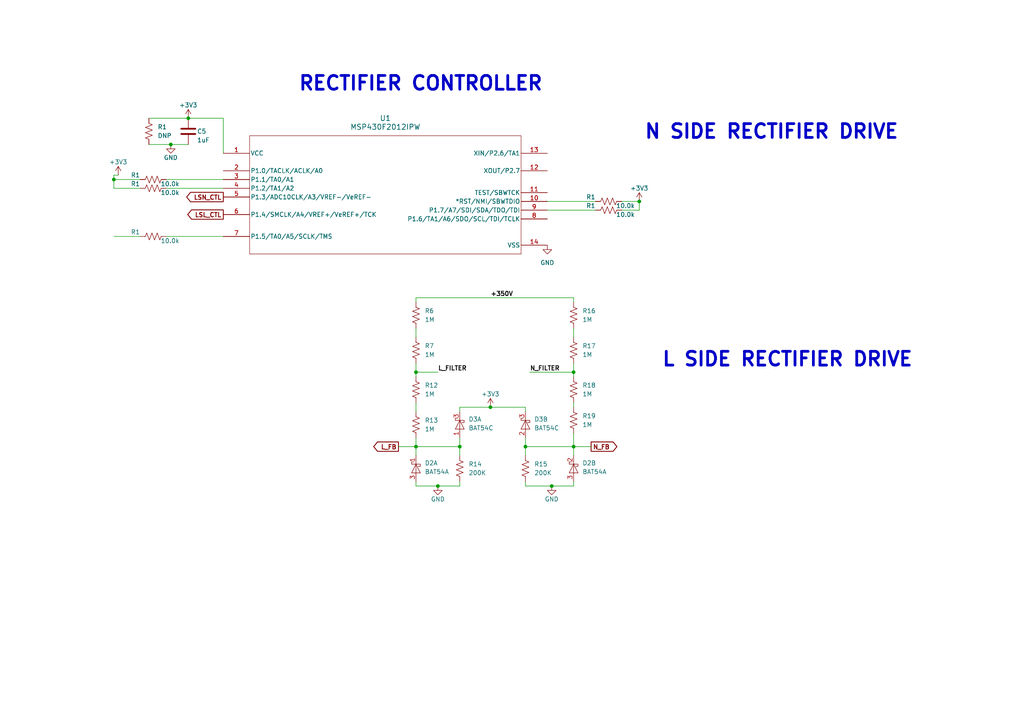
<source format=kicad_sch>
(kicad_sch (version 20230121) (generator eeschema)
  (paper "A4")
  (lib_symbols
    (symbol "Device:C" (pin_numbers hide) (pin_names (offset 0.254))
      (property "Reference" "C" (at 0.635 2.54 0))
      (property "Value" "C" (at 0.635 -2.54 0))
      (symbol "C_0_1"
        (polyline (pts (xy -2.032 -0.762) (xy 2.032 -0.762)) (stroke (width 0.508)))
        (polyline (pts (xy -2.032 0.762) (xy 2.032 0.762)) (stroke (width 0.508)))
      )
      (symbol "C_1_1"
        (pin passive line (at 0 3.81 270) (length 2.794) (name "~") (number "1"))
        (pin passive line (at 0 -3.81 90) (length 2.794) (name "~") (number "2"))
      )
    )
    (symbol "Device:R_US" (pin_numbers hide) (pin_names (offset 0))
      (property "Reference" "R" (at 2.54 0 90))
      (property "Value" "R_US" (at -2.54 0 90))
      (symbol "R_US_0_1"
        (polyline (pts (xy 0 -2.286) (xy 0 -2.54)))
        (polyline (pts (xy 0 2.286) (xy 0 2.54)))
        (polyline (pts (xy 0 -0.762) (xy 1.016 -1.143) (xy 0 -1.524) (xy -1.016 -1.905) (xy 0 -2.286)))
        (polyline (pts (xy 0 0.762) (xy 1.016 0.381) (xy 0 0) (xy -1.016 -0.381) (xy 0 -0.762)))
        (polyline (pts (xy 0 2.286) (xy 1.016 1.905) (xy 0 1.524) (xy -1.016 1.143) (xy 0 0.762)))
      )
      (symbol "R_US_1_1"
        (pin passive line (at 0 3.81 270) (length 1.27) (name "~") (number "1"))
        (pin passive line (at 0 -3.81 90) (length 1.27) (name "~") (number "2"))
      )
    )
    (symbol "fb_smps_symbols:BAT54A" (pin_names (offset 1.016) hide)
      (property "Reference" "D" (at 0 2.54 0))
      (property "Value" "BAT54A" (at 0 -2.54 0))
      (symbol "BAT54A_0_1"
        (polyline (pts (xy 1.27 -1.27) (xy 1.27 1.27)))
        (polyline (pts (xy 1.27 0) (xy -1.27 0)))
        (polyline (pts (xy 1.27 1.27) (xy -1.27 0) (xy 1.27 -1.27)))
        (polyline (pts (xy -0.635 0.635) (xy -0.635 1.27) (xy -1.27 1.27) (xy -1.27 -1.27) (xy -1.905 -1.27) (xy -1.905 -0.635)))
      )
      (symbol "BAT54A_1_1"
        (pin passive line (at -3.81 0 0) (length 2.54) (name "K") (number "1"))
        (pin passive line (at 3.81 0 180) (length 2.54) (name "A") (number "3"))
      )
      (symbol "BAT54A_2_1"
        (pin passive line (at -3.81 0 0) (length 2.54) (name "K") (number "2"))
        (pin passive line (at 3.81 0 180) (length 2.54) (name "A") (number "3"))
      )
    )
    (symbol "fb_smps_symbols:BAT54C" (pin_names (offset 1.016) hide)
      (property "Reference" "D" (at 0 2.54 0))
      (property "Value" "BAT54C" (at 0 -2.54 0))
      (symbol "BAT54C_0_1"
        (polyline (pts (xy 1.27 -1.27) (xy 1.27 1.27)))
        (polyline (pts (xy 1.27 0) (xy -1.27 0)))
        (polyline (pts (xy 1.27 1.27) (xy -1.27 0) (xy 1.27 -1.27)))
        (polyline (pts (xy -0.635 0.635) (xy -0.635 1.27) (xy -1.27 1.27) (xy -1.27 -1.27) (xy -1.905 -1.27) (xy -1.905 -0.635)))
      )
      (symbol "BAT54C_1_1"
        (pin passive line (at 3.81 0 180) (length 2.54) (name "A") (number "1"))
        (pin passive line (at -3.81 0 0) (length 2.54) (name "K") (number "3"))
      )
      (symbol "BAT54C_2_1"
        (pin passive line (at 3.81 0 180) (length 2.54) (name "A") (number "2"))
        (pin passive line (at -3.81 0 0) (length 2.54) (name "K") (number "3"))
      )
    )
    (symbol "fb_smps_symbols:MSP430F2012IPW" (pin_names (offset 0.254))
      (property "Reference" "U" (at 39.37 10.16 0))
      (property "Value" "MSP430F2012IPW" (at 48.26 7.62 0))
      (symbol "MSP430F2012IPW_0_1"
        (polyline (pts (xy 7.62 -29.21) (xy 86.36 -29.21)) (stroke (width 0.127)))
        (polyline (pts (xy 7.62 5.08) (xy 7.62 -29.21)) (stroke (width 0.127)))
        (polyline (pts (xy 86.36 -29.21) (xy 86.36 5.08)) (stroke (width 0.127)))
        (polyline (pts (xy 86.36 5.08) (xy 7.62 5.08)) (stroke (width 0.127)))
        (pin power_in line (at 0 0 0) (length 7.62) (name "VCC") (number "1"))
        (pin bidirectional line (at 93.98 -13.97 180) (length 7.62) (name "*RST/NMI/SBWTDIO") (number "10"))
        (pin bidirectional line (at 93.98 -11.43 180) (length 7.62) (name "TEST/SBWTCK") (number "11"))
        (pin bidirectional line (at 93.98 -5.08 180) (length 7.62) (name "XOUT/P2.7") (number "12"))
        (pin bidirectional line (at 93.98 0 180) (length 7.62) (name "XIN/P2.6/TA1") (number "13"))
        (pin power_in line (at 93.98 -26.67 180) (length 7.62) (name "VSS") (number "14"))
        (pin bidirectional line (at 0 -5.08 0) (length 7.62) (name "P1.0/TACLK/ACLK/A0") (number "2"))
        (pin bidirectional line (at 0 -7.62 0) (length 7.62) (name "P1.1/TA0/A1") (number "3"))
        (pin bidirectional line (at 0 -10.16 0) (length 7.62) (name "P1.2/TA1/A2") (number "4"))
        (pin bidirectional line (at 0 -12.7 0) (length 7.62) (name "P1.3/ADC10CLK/A3/VREF-/VeREF-") (number "5"))
        (pin bidirectional line (at 0 -17.78 0) (length 7.62) (name "P1.4/SMCLK/A4/VREF+/VeREF+/TCK") (number "6"))
        (pin bidirectional line (at 0 -24.13 0) (length 7.62) (name "P1.5/TA0/A5/SCLK/TMS") (number "7"))
        (pin bidirectional line (at 93.98 -19.05 180) (length 7.62) (name "P1.6/TA1/A6/SDO/SCL/TDI/TCLK") (number "8"))
        (pin bidirectional line (at 93.98 -16.51 180) (length 7.62) (name "P1.7/A7/SDI/SDA/TDO/TDI") (number "9"))
      )
    )
    (symbol "power:+3.3V" (power) (pin_names (offset 0))
      (property "Value" "+3.3V" (at 0 3.556 0))
      (symbol "+3.3V_0_1"
        (polyline (pts (xy -0.762 1.27) (xy 0 2.54)))
        (polyline (pts (xy 0 0) (xy 0 2.54)))
        (polyline (pts (xy 0 2.54) (xy 0.762 1.27)))
      )
      (symbol "+3.3V_1_1"
        (pin power_in line (at 0 0 90) (length 0) hide (name "+3V3") (number "1"))
      )
    )
    (symbol "power:GND" (power) (pin_names (offset 0))
      (property "Value" "GND" (at 0 -3.81 0))
      (symbol "GND_0_1"
        (polyline (pts (xy 0 0) (xy 0 -1.27) (xy 1.27 -1.27) (xy 0 -2.54) (xy -1.27 -1.27) (xy 0 -1.27)))
      )
      (symbol "GND_1_1"
        (pin power_in line (at 0 0 270) (length 0) hide (name "GND") (number "1"))
      )
    )
  )
  (junction (at 133.35 129.54))
  (junction (at 152.4 129.54))
  (junction (at 54.61 34.29))
  (junction (at 120.65 129.54))
  (junction (at 49.53 41.91))
  (junction (at 33.02 52.07))
  (junction (at 160.02 140.97))
  (junction (at 185.42 58.42))
  (junction (at 120.65 107.95))
  (junction (at 166.37 129.54))
  (junction (at 166.37 107.95))
  (junction (at 142.24 118.11))
  (junction (at 127 140.97))
  (wire (pts (xy 33.02 54.61) (xy 33.02 52.07)))
  (wire (pts (xy 43.18 34.29) (xy 54.61 34.29)))
  (wire (pts (xy 120.65 127) (xy 120.65 129.54)))
  (wire (pts (xy 166.37 116.84) (xy 166.37 118.11)))
  (wire (pts (xy 180.34 58.42) (xy 185.42 58.42)))
  (wire (pts (xy 166.37 125.73) (xy 166.37 129.54)))
  (wire (pts (xy 40.64 52.07) (xy 33.02 52.07)))
  (wire (pts (xy 33.02 52.07) (xy 33.02 50.8)))
  (wire (pts (xy 120.65 140.97) (xy 120.65 139.7)))
  (wire (pts (xy 120.65 107.95) (xy 127 107.95)))
  (wire (pts (xy 133.35 140.97) (xy 133.35 139.7)))
  (wire (pts (xy 33.02 50.8) (xy 34.29 50.8)))
  (wire (pts (xy 133.35 127) (xy 133.35 129.54)))
  (wire (pts (xy 48.26 52.07) (xy 64.77 52.07)))
  (wire (pts (xy 185.42 60.96) (xy 180.34 60.96)))
  (wire (pts (xy 120.65 107.95) (xy 120.65 109.22)))
  (wire (pts (xy 160.02 140.97) (xy 166.37 140.97)))
  (wire (pts (xy 166.37 95.25) (xy 166.37 97.79)))
  (wire (pts (xy 127 140.97) (xy 120.65 140.97)))
  (wire (pts (xy 54.61 34.29) (xy 64.77 34.29)))
  (wire (pts (xy 166.37 129.54) (xy 166.37 132.08)))
  (wire (pts (xy 152.4 139.7) (xy 152.4 140.97)))
  (wire (pts (xy 185.42 58.42) (xy 185.42 60.96)))
  (wire (pts (xy 120.65 86.36) (xy 120.65 87.63)))
  (wire (pts (xy 158.75 58.42) (xy 172.72 58.42)))
  (wire (pts (xy 152.4 127) (xy 152.4 129.54)))
  (wire (pts (xy 158.75 60.96) (xy 172.72 60.96)))
  (wire (pts (xy 49.53 41.91) (xy 54.61 41.91)))
  (wire (pts (xy 133.35 140.97) (xy 127 140.97)))
  (wire (pts (xy 120.65 86.36) (xy 166.37 86.36)))
  (wire (pts (xy 166.37 140.97) (xy 166.37 139.7)))
  (wire (pts (xy 153.67 107.95) (xy 166.37 107.95)))
  (wire (pts (xy 133.35 119.38) (xy 133.35 118.11)))
  (wire (pts (xy 120.65 119.38) (xy 120.65 116.84)))
  (wire (pts (xy 120.65 95.25) (xy 120.65 97.79)))
  (wire (pts (xy 48.26 68.58) (xy 64.77 68.58)))
  (wire (pts (xy 152.4 129.54) (xy 152.4 132.08)))
  (wire (pts (xy 142.24 118.11) (xy 152.4 118.11)))
  (wire (pts (xy 166.37 107.95) (xy 166.37 109.22)))
  (wire (pts (xy 166.37 105.41) (xy 166.37 107.95)))
  (wire (pts (xy 33.02 68.58) (xy 40.64 68.58)))
  (wire (pts (xy 133.35 129.54) (xy 120.65 129.54)))
  (wire (pts (xy 120.65 105.41) (xy 120.65 107.95)))
  (wire (pts (xy 40.64 54.61) (xy 33.02 54.61)))
  (wire (pts (xy 43.18 41.91) (xy 49.53 41.91)))
  (wire (pts (xy 115.57 129.54) (xy 120.65 129.54)))
  (wire (pts (xy 166.37 129.54) (xy 171.45 129.54)))
  (wire (pts (xy 133.35 129.54) (xy 133.35 132.08)))
  (wire (pts (xy 152.4 118.11) (xy 152.4 119.38)))
  (wire (pts (xy 166.37 86.36) (xy 166.37 87.63)))
  (wire (pts (xy 133.35 118.11) (xy 142.24 118.11)))
  (wire (pts (xy 64.77 34.29) (xy 64.77 44.45)))
  (wire (pts (xy 152.4 129.54) (xy 166.37 129.54)))
  (wire (pts (xy 152.4 140.97) (xy 160.02 140.97)))
  (wire (pts (xy 48.26 54.61) (xy 64.77 54.61)))
  (wire (pts (xy 120.65 129.54) (xy 120.65 132.08)))
  (text "N SIDE RECTIFIER DRIVE" (at 186.69 40.64 0) (effects (font (size 4 4) (thickness 0.8) bold) (justify left bottom)))
  (text "RECTIFIER CONTROLLER" (at 86.36 26.67 0) (effects (font (size 4 4) (thickness 0.8) bold) (justify left bottom)))
  (text "L SIDE RECTIFIER DRIVE" (at 191.77 106.68 0) (effects (font (size 4 4) (thickness 0.8) bold) (justify left bottom)))
  (label "L_FILTER" (at 127 107.95 0) (effects (font bold)))
  (label "N_FILTER" (at 153.67 107.95 0) (effects (font bold)))
  (label "+350V" (at 142.24 86.36 0) (effects (font bold)))
  (global_label "N_FB" (shape output) (at 171.45 129.54 0) (effects (font bold)) (property "Intersheetrefs" "${INTERSHEET_REFS}" (effects hide)))
  (global_label "LSL_CTL" (shape output) (at 64.77 62.23 180) (effects (font bold)) (property "Intersheetrefs" "${INTERSHEET_REFS}" (effects hide)))
  (global_label "LSN_CTL" (shape output) (at 64.77 57.15 180) (effects (font bold)) (property "Intersheetrefs" "${INTERSHEET_REFS}" (effects hide)))
  (global_label "L_FB" (shape output) (at 115.57 129.54 180) (effects (font bold)) (property "Intersheetrefs" "${INTERSHEET_REFS}" (effects hide)))
  (symbol (lib_id "Device:R_US") (at 120.65 101.6 0) (unit 1)
    (property "Reference" "R7" (at 123.19 100.33 0) (effects (justify left)))
    (property "Value" "1M" (at 123.19 102.87 0) (effects (justify left)))
  )
  (symbol (lib_id "power:+3.3V") (at 54.61 34.29 0) (unit 1)
    (property "Reference" "#PWR019" (effects hide))
    (property "Value" "+3.3V" (at 54.61 30.48 0))
    (instances (project "full_bridge_smps" (path "" (reference "#PWR019") (unit 1)) (path "" (reference "#PWR024") (unit 1))))
  )
  (symbol (lib_id "Device:C") (at 54.61 38.1 0) (unit 1)
    (property "Reference" "C5" (at 57.15 38.1 0) (effects (justify left)))
    (property "Value" "1uF" (at 57.15 40.64 0) (effects (justify left)))
  )
  (symbol (lib_id "Device:R_US") (at 43.18 38.1 0) (unit 1)
    (property "Reference" "R1" (at 45.72 36.83 0) (effects (justify left)))
    (property "Value" "DNP" (at 45.72 39.37 0) (effects (justify left)))
    (instances (project "full_bridge_smps" (path "" (reference "R1") (unit 1)) (path "" (reference "R5") (unit 1))))
  )
  (symbol (lib_id "Device:R_US") (at 44.45 68.58 90) (unit 1)
    (property "Reference" "R1" (at 40.64 67.31 90) (effects (justify left)))
    (property "Value" "10.0k" (at 52.07 69.85 90) (effects (justify left)))
    (instances (project "full_bridge_smps" (path "" (reference "R1") (unit 1)) (path "" (reference "R9") (unit 1))))
  )
  (symbol (lib_id "power:GND") (at 160.02 140.97 0) (unit 1)
    (property "Reference" "#PWR019" (effects hide))
    (property "Value" "GND" (at 160.02 144.78 0))
  )
  (symbol (lib_id "Device:R_US") (at 120.65 113.03 0) (unit 1)
    (property "Reference" "R12" (at 123.19 111.76 0) (effects (justify left)))
    (property "Value" "1M" (at 123.19 114.3 0) (effects (justify left)))
  )
  (symbol (lib_id "Device:R_US") (at 166.37 91.44 0) (unit 1)
    (property "Reference" "R16" (at 168.91 90.17 0) (effects (justify left)))
    (property "Value" "1M" (at 168.91 92.71 0) (effects (justify left)))
  )
  (symbol (lib_id "power:+3.3V") (at 34.29 50.8 0) (unit 1)
    (property "Reference" "#PWR019" (effects hide))
    (property "Value" "+3.3V" (at 34.29 46.99 0))
    (instances (project "full_bridge_smps" (path "" (reference "#PWR019") (unit 1)) (path "" (reference "#PWR026") (unit 1))))
  )
  (symbol (lib_id "fb_smps_symbols:BAT54C") (at 133.35 123.19 270) (unit 1)
    (property "Reference" "D3" (at 135.89 121.6025 90) (effects (justify left)))
    (property "Value" "BAT54C" (at 135.89 124.1425 90) (effects (justify left)))
    (property "Footprint" "fb_smps_footprints:BAT54C" (effects hide))
  )
  (symbol (lib_id "Device:R_US") (at 120.65 91.44 0) (unit 1)
    (property "Reference" "R6" (at 123.19 90.17 0) (effects (justify left)))
    (property "Value" "1M" (at 123.19 92.71 0) (effects (justify left)))
  )
  (symbol (lib_id "power:GND") (at 158.75 71.12 0) (unit 1)
    (property "Reference" "#PWR023" (effects hide))
    (property "Value" "GND" (at 158.75 76.2 0))
  )
  (symbol (lib_id "Device:R_US") (at 44.45 52.07 90) (unit 1)
    (property "Reference" "R1" (at 40.64 50.8 90) (effects (justify left)))
    (property "Value" "10.0k" (at 52.07 53.34 90) (effects (justify left)))
    (instances (project "full_bridge_smps" (path "" (reference "R1") (unit 1)) (path "" (reference "R4") (unit 1))))
  )
  (symbol (lib_id "Device:R_US") (at 176.53 58.42 90) (unit 1)
    (property "Reference" "R1" (at 172.72 57.15 90) (effects (justify left)))
    (property "Value" "10.0k" (at 184.15 59.69 90) (effects (justify left)))
    (instances (project "full_bridge_smps" (path "" (reference "R1") (unit 1)) (path "" (reference "R207") (unit 1))))
  )
  (symbol (lib_id "Device:R_US") (at 133.35 135.89 0) (unit 1)
    (property "Reference" "R14" (at 135.89 134.62 0) (effects (justify left)))
    (property "Value" "200K" (at 135.89 137.16 0) (effects (justify left)))
  )
  (symbol (lib_id "power:GND") (at 127 140.97 0) (unit 1)
    (property "Reference" "#PWR017" (effects hide))
    (property "Value" "GND" (at 127 144.78 0))
  )
  (symbol (lib_id "Device:R_US") (at 152.4 135.89 0) (unit 1)
    (property "Reference" "R15" (at 154.94 134.62 0) (effects (justify left)))
    (property "Value" "200K" (at 154.94 137.16 0) (effects (justify left)))
  )
  (symbol (lib_id "Device:R_US") (at 166.37 121.92 0) (unit 1)
    (property "Reference" "R19" (at 168.91 120.65 0) (effects (justify left)))
    (property "Value" "1M" (at 168.91 123.19 0) (effects (justify left)))
  )
  (symbol (lib_id "power:+3.3V") (at 142.24 118.11 0) (unit 1)
    (property "Reference" "#PWR018" (effects hide))
    (property "Value" "+3.3V" (at 142.24 114.3 0))
  )
  (symbol (lib_id "Device:R_US") (at 166.37 113.03 0) (unit 1)
    (property "Reference" "R18" (at 168.91 111.76 0) (effects (justify left)))
    (property "Value" "1M" (at 168.91 114.3 0) (effects (justify left)))
  )
  (symbol (lib_id "Device:R_US") (at 176.53 60.96 90) (unit 1)
    (property "Reference" "R1" (at 172.72 59.69 90) (effects (justify left)))
    (property "Value" "10.0k" (at 184.15 62.23 90) (effects (justify left)))
    (instances (project "full_bridge_smps" (path "" (reference "R1") (unit 1)) (path "" (reference "R3") (unit 1))))
  )
  (symbol (lib_id "fb_smps_symbols:BAT54A") (at 166.37 135.89 270) (unit 2)
    (property "Reference" "D2" (at 168.91 134.3025 90) (effects (justify left)))
    (property "Value" "BAT54A" (at 168.91 136.8425 90) (effects (justify left)))
    (property "Footprint" "fb_smps_footprints:BAT54A" (effects hide))
  )
  (symbol (lib_id "power:+3.3V") (at 185.42 58.42 0) (unit 1)
    (property "Reference" "#PWR019" (effects hide))
    (property "Value" "+3.3V" (at 185.42 54.61 0))
    (instances (project "full_bridge_smps" (path "" (reference "#PWR019") (unit 1)) (path "" (reference "#PWR07") (unit 1))))
  )
  (symbol (lib_id "Device:R_US") (at 44.45 54.61 90) (unit 1)
    (property "Reference" "R1" (at 40.64 53.34 90) (effects (justify left)))
    (property "Value" "10.0k" (at 52.07 55.88 90) (effects (justify left)))
    (instances (project "full_bridge_smps" (path "" (reference "R1") (unit 1)) (path "" (reference "R10") (unit 1))))
  )
  (symbol (lib_id "fb_smps_symbols:BAT54A") (at 120.65 135.89 270) (unit 1)
    (property "Reference" "D2" (at 123.19 134.3025 90) (effects (justify left)))
    (property "Value" "BAT54A" (at 123.19 136.8425 90) (effects (justify left)))
    (property "Footprint" "fb_smps_footprints:BAT54A" (effects hide))
  )
  (symbol (lib_id "Device:R_US") (at 166.37 101.6 0) (unit 1)
    (property "Reference" "R17" (at 168.91 100.33 0) (effects (justify left)))
    (property "Value" "1M" (at 168.91 102.87 0) (effects (justify left)))
  )
  (symbol (lib_id "fb_smps_symbols:BAT54C") (at 152.4 123.19 270) (unit 2)
    (property "Reference" "D3" (at 154.94 121.6025 90) (effects (justify left)))
    (property "Value" "BAT54C" (at 154.94 124.1425 90) (effects (justify left)))
    (property "Footprint" "fb_smps_footprints:BAT54C" (effects hide))
  )
  (symbol (lib_id "power:GND") (at 49.53 41.91 0) (unit 1)
    (property "Reference" "#PWR025" (effects hide))
    (property "Value" "GND" (at 49.53 45.72 0))
  )
  (symbol (lib_id "fb_smps_symbols:MSP430F2012IPW") (at 64.77 44.45 0) (unit 1)
    (property "Reference" "U1" (at 111.76 34.29 0) (effects (font (size 1.524 1.524))))
    (property "Value" "MSP430F2012IPW" (at 111.76 36.83 0) (effects (font (size 1.524 1.524))))
    (property "Footprint" "PW14" (effects hide))
    (property "Datasheet" "MSP430F2012IPW" (effects hide))
  )
  (symbol (lib_id "Device:R_US") (at 120.65 123.19 0) (unit 1)
    (property "Reference" "R13" (at 123.19 121.92 0) (effects (justify left)))
    (property "Value" "1M" (at 123.19 124.46 0) (effects (justify left)))
  )
)
</source>
